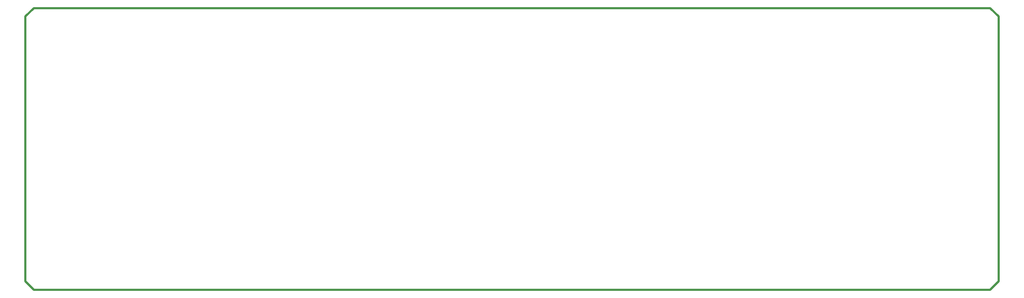
<source format=gbr>
G04 #@! TF.GenerationSoftware,KiCad,Pcbnew,(5.1.6-0-10_14)*
G04 #@! TF.CreationDate,2020-10-13T11:31:38-07:00*
G04 #@! TF.ProjectId,besc g2,62657363-2067-4322-9e6b-696361645f70,Init*
G04 #@! TF.SameCoordinates,Original*
G04 #@! TF.FileFunction,Profile,NP*
%FSLAX46Y46*%
G04 Gerber Fmt 4.6, Leading zero omitted, Abs format (unit mm)*
G04 Created by KiCad (PCBNEW (5.1.6-0-10_14)) date 2020-10-13 11:31:38*
%MOMM*%
%LPD*%
G01*
G04 APERTURE LIST*
G04 #@! TA.AperFunction,Profile*
%ADD10C,0.500000*%
G04 #@! TD*
G04 APERTURE END LIST*
D10*
X31800000Y-125900000D02*
X33800000Y-127900000D01*
X262800000Y-125900000D02*
X260800000Y-127900000D01*
X260800000Y-60900000D02*
X262800000Y-62900000D01*
X33800000Y-60900000D02*
X31800000Y-62900000D01*
X31800000Y-125900000D02*
X31800000Y-62900000D01*
X260800000Y-127900000D02*
X33800000Y-127900000D01*
X262800000Y-62900000D02*
X262800000Y-125900000D01*
X33800000Y-60900000D02*
X260800000Y-60900000D01*
M02*

</source>
